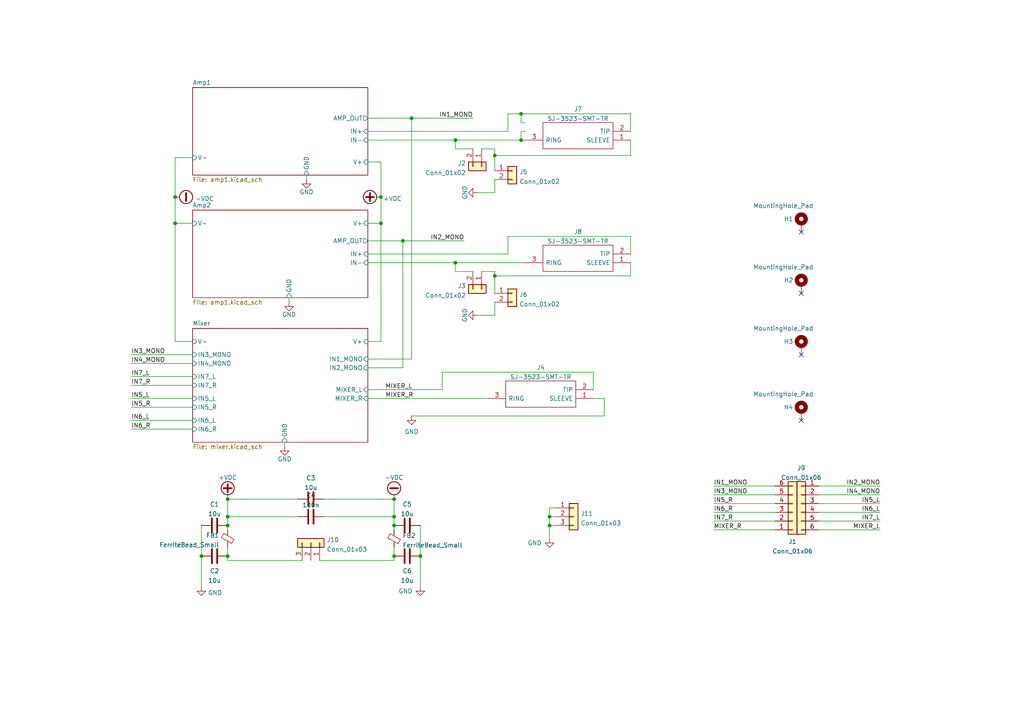
<source format=kicad_sch>
(kicad_sch (version 20211123) (generator eeschema)
  (paper "A4")
  (lib_symbols
    (symbol "Connector_Generic:Conn_01x02" (pin_names (offset 1.016) hide)
      (property "Reference" "J" (at 0 2.54 0))
      (property "Value" "Conn_01x02" (at 0 -5.08 0))
      (symbol "Conn_01x02_1_1"
        (rectangle (start -1.27 -2.413) (end 0 -2.667) (stroke (width 0.1524)))
        (rectangle (start -1.27 0.127) (end 0 -0.127) (stroke (width 0.1524)))
        (rectangle (start -1.27 1.27) (end 1.27 -3.81) (stroke (width 0.254)) (fill (type background)))
        (pin passive line (at -5.08 0 0) (length 3.81) (name "Pin_1") (number "1"))
        (pin passive line (at -5.08 -2.54 0) (length 3.81) (name "Pin_2") (number "2"))
      )
    )
    (symbol "Connector_Generic:Conn_01x03" (pin_names (offset 1.016) hide)
      (property "Reference" "J" (at 0 5.08 0))
      (property "Value" "Conn_01x03" (at 0 -5.08 0))
      (symbol "Conn_01x03_1_1"
        (rectangle (start -1.27 -2.413) (end 0 -2.667) (stroke (width 0.1524)))
        (rectangle (start -1.27 0.127) (end 0 -0.127) (stroke (width 0.1524)))
        (rectangle (start -1.27 2.667) (end 0 2.413) (stroke (width 0.1524)))
        (rectangle (start -1.27 3.81) (end 1.27 -3.81) (stroke (width 0.254)) (fill (type background)))
        (pin passive line (at -5.08 2.54 0) (length 3.81) (name "Pin_1") (number "1"))
        (pin passive line (at -5.08 0 0) (length 3.81) (name "Pin_2") (number "2"))
        (pin passive line (at -5.08 -2.54 0) (length 3.81) (name "Pin_3") (number "3"))
      )
    )
    (symbol "Connector_Generic:Conn_01x06" (pin_names (offset 1.016) hide)
      (property "Reference" "J" (at 0 7.62 0))
      (property "Value" "Conn_01x06" (at 0 -10.16 0))
      (symbol "Conn_01x06_1_1"
        (rectangle (start -1.27 -7.493) (end 0 -7.747) (stroke (width 0.1524)))
        (rectangle (start -1.27 -4.953) (end 0 -5.207) (stroke (width 0.1524)))
        (rectangle (start -1.27 -2.413) (end 0 -2.667) (stroke (width 0.1524)))
        (rectangle (start -1.27 0.127) (end 0 -0.127) (stroke (width 0.1524)))
        (rectangle (start -1.27 2.667) (end 0 2.413) (stroke (width 0.1524)))
        (rectangle (start -1.27 5.207) (end 0 4.953) (stroke (width 0.1524)))
        (rectangle (start -1.27 6.35) (end 1.27 -8.89) (stroke (width 0.254)) (fill (type background)))
        (pin passive line (at -5.08 5.08 0) (length 3.81) (name "Pin_1") (number "1"))
        (pin passive line (at -5.08 2.54 0) (length 3.81) (name "Pin_2") (number "2"))
        (pin passive line (at -5.08 0 0) (length 3.81) (name "Pin_3") (number "3"))
        (pin passive line (at -5.08 -2.54 0) (length 3.81) (name "Pin_4") (number "4"))
        (pin passive line (at -5.08 -5.08 0) (length 3.81) (name "Pin_5") (number "5"))
        (pin passive line (at -5.08 -7.62 0) (length 3.81) (name "Pin_6") (number "6"))
      )
    )
    (symbol "Device:C" (pin_numbers hide) (pin_names (offset 0.254))
      (property "Reference" "C" (at 0.635 2.54 0))
      (property "Value" "C" (at 0.635 -2.54 0))
      (symbol "C_0_1"
        (polyline (pts (xy -2.032 -0.762) (xy 2.032 -0.762)) (stroke (width 0.508)))
        (polyline (pts (xy -2.032 0.762) (xy 2.032 0.762)) (stroke (width 0.508)))
      )
      (symbol "C_1_1"
        (pin passive line (at 0 3.81 270) (length 2.794) (name "~") (number "1"))
        (pin passive line (at 0 -3.81 90) (length 2.794) (name "~") (number "2"))
      )
    )
    (symbol "Device:FerriteBead_Small" (pin_numbers hide) (pin_names (offset 0))
      (property "Reference" "FB" (at 1.905 1.27 0))
      (property "Value" "FerriteBead_Small" (at 1.905 -1.27 0))
      (symbol "FerriteBead_Small_0_1"
        (polyline (pts (xy 0 -1.27) (xy 0 -0.7874)))
        (polyline (pts (xy 0 0.889) (xy 0 1.2954)))
        (polyline (pts (xy -1.8288 0.2794) (xy -1.1176 1.4986) (xy 1.8288 -0.2032) (xy 1.1176 -1.4224) (xy -1.8288 0.2794)))
      )
      (symbol "FerriteBead_Small_1_1"
        (pin passive line (at 0 2.54 270) (length 1.27) (name "~") (number "1"))
        (pin passive line (at 0 -2.54 90) (length 1.27) (name "~") (number "2"))
      )
    )
    (symbol "Mechanical:MountingHole_Pad" (pin_numbers hide) (pin_names (offset 1.016) hide)
      (property "Reference" "H" (at 0 6.35 0))
      (property "Value" "MountingHole_Pad" (at 0 4.445 0))
      (symbol "MountingHole_Pad_0_1"
        (circle (center 0 1.27) (radius 1.27) (stroke (width 1.27)))
      )
      (symbol "MountingHole_Pad_1_1"
        (pin input line (at 0 -2.54 90) (length 2.54) (name "1") (number "1"))
      )
    )
    (symbol "SamacSys_Parts:SJ-3523-SMT-TR" (pin_names (offset 0.762))
      (property "Reference" "J" (at 26.67 7.62 0))
      (property "Value" "SJ-3523-SMT-TR" (at 26.67 5.08 0))
      (symbol "SJ-3523-SMT-TR_0_0"
        (pin passive line (at 0 0 0) (length 5.08) (name "SLEEVE") (number "1"))
        (pin passive line (at 0 -2.54 0) (length 5.08) (name "TIP") (number "2"))
        (pin passive line (at 30.48 0 180) (length 5.08) (name "RING") (number "3"))
      )
      (symbol "SJ-3523-SMT-TR_0_1"
        (polyline (pts (xy 5.08 2.54) (xy 25.4 2.54) (xy 25.4 -5.08) (xy 5.08 -5.08) (xy 5.08 2.54)) (stroke (width 0.1524)))
      )
    )
    (symbol "power:+VDC" (power) (pin_names (offset 0))
      (property "Value" "+VDC" (at 0 6.35 0))
      (symbol "+VDC_0_1"
        (polyline (pts (xy -1.143 3.175) (xy 1.143 3.175)) (stroke (width 0.508)))
        (polyline (pts (xy 0 0) (xy 0 1.27)))
        (polyline (pts (xy 0 2.032) (xy 0 4.318)) (stroke (width 0.508)))
        (circle (center 0 3.175) (radius 1.905) (stroke (width 0.254)))
      )
      (symbol "+VDC_1_1"
        (pin power_in line (at 0 0 90) (length 0) hide (name "+VDC") (number "1"))
      )
    )
    (symbol "power:-VDC" (power) (pin_names (offset 0))
      (property "Value" "-VDC" (at 0 6.35 0))
      (symbol "-VDC_0_1"
        (polyline (pts (xy -1.143 3.175) (xy 1.143 3.175)) (stroke (width 0.508)))
        (polyline (pts (xy 0 0) (xy 0 1.27)))
        (circle (center 0 3.175) (radius 1.905) (stroke (width 0.254)))
      )
      (symbol "-VDC_1_1"
        (pin power_in line (at 0 0 90) (length 0) hide (name "-VDC") (number "1"))
      )
    )
    (symbol "power:GND" (power) (pin_names (offset 0))
      (property "Value" "GND" (at 0 -3.81 0))
      (symbol "GND_0_1"
        (polyline (pts (xy 0 0) (xy 0 -1.27) (xy 1.27 -1.27) (xy 0 -2.54) (xy -1.27 -1.27) (xy 0 -1.27)))
      )
      (symbol "GND_1_1"
        (pin power_in line (at 0 0 270) (length 0) hide (name "GND") (number "1"))
      )
    )
  )
  (junction (at 159.385 149.86))
  (junction (at 143.51 80.01))
  (junction (at 114.3 161.29))
  (junction (at 50.8 57.15))
  (junction (at 151.13 40.64))
  (junction (at 159.385 152.4))
  (junction (at 66.04 161.29))
  (junction (at 110.49 57.15))
  (junction (at 50.8 64.77))
  (junction (at 143.51 45.085))
  (junction (at 66.04 144.78))
  (junction (at 66.04 152.4))
  (junction (at 110.49 64.77))
  (junction (at 114.3 149.86))
  (junction (at 132.08 40.64))
  (junction (at 119.38 34.29))
  (junction (at 114.3 144.78))
  (junction (at 66.04 149.86))
  (junction (at 114.3 152.4))
  (junction (at 116.84 69.85))
  (junction (at 121.92 161.29))
  (junction (at 132.08 76.2))
  (junction (at 58.42 161.29))
  (junction (at 151.13 33.02))
  (no_connect (at 232.41 85.09))
  (no_connect (at 232.41 67.31))
  (no_connect (at 232.41 102.87))
  (no_connect (at 232.41 121.92))
  (wire (pts (xy 143.51 52.07) (xy 143.51 55.88)))
  (wire (pts (xy 152.4 38.1) (xy 151.13 38.1)))
  (wire (pts (xy 147.32 73.66) (xy 147.32 68.58)))
  (wire (pts (xy 137.16 34.29) (xy 119.38 34.29)))
  (wire (pts (xy 159.385 147.32) (xy 159.385 149.86)))
  (wire (pts (xy 110.49 46.99) (xy 110.49 57.15)))
  (wire (pts (xy 152.4 35.56) (xy 151.13 35.56)))
  (wire (pts (xy 159.385 152.4) (xy 159.385 156.21)))
  (wire (pts (xy 119.38 120.65) (xy 175.26 120.65)))
  (wire (pts (xy 66.04 161.29) (xy 66.04 162.56)))
  (wire (pts (xy 138.43 55.88) (xy 143.51 55.88)))
  (wire (pts (xy 151.13 38.1) (xy 151.13 40.64)))
  (wire (pts (xy 159.385 149.86) (xy 159.385 152.4)))
  (wire (pts (xy 114.3 149.86) (xy 114.3 152.4)))
  (wire (pts (xy 143.51 43.18) (xy 143.51 45.085)))
  (wire (pts (xy 207.01 148.59) (xy 224.79 148.59)))
  (wire (pts (xy 119.38 104.14) (xy 119.38 34.29)))
  (wire (pts (xy 106.68 106.68) (xy 116.84 106.68)))
  (wire (pts (xy 116.84 69.85) (xy 106.68 69.85)))
  (wire (pts (xy 82.55 128.27) (xy 82.55 129.54)))
  (wire (pts (xy 143.51 80.01) (xy 182.88 80.01)))
  (wire (pts (xy 93.98 149.86) (xy 114.3 149.86)))
  (wire (pts (xy 92.71 162.56) (xy 114.3 162.56)))
  (wire (pts (xy 132.08 78.74) (xy 137.16 78.74)))
  (wire (pts (xy 58.42 152.4) (xy 58.42 161.29)))
  (wire (pts (xy 134.62 69.85) (xy 116.84 69.85)))
  (wire (pts (xy 106.68 46.99) (xy 110.49 46.99)))
  (wire (pts (xy 58.42 161.29) (xy 58.42 170.18)))
  (wire (pts (xy 55.88 121.92) (xy 38.1 121.92)))
  (wire (pts (xy 182.88 40.64) (xy 182.88 45.085)))
  (wire (pts (xy 207.01 140.97) (xy 224.79 140.97)))
  (wire (pts (xy 207.01 146.05) (xy 224.79 146.05)))
  (wire (pts (xy 38.1 118.11) (xy 55.88 118.11)))
  (wire (pts (xy 138.43 91.44) (xy 143.51 91.44)))
  (wire (pts (xy 237.49 148.59) (xy 255.27 148.59)))
  (wire (pts (xy 132.08 78.74) (xy 132.08 76.2)))
  (wire (pts (xy 151.13 33.02) (xy 182.88 33.02)))
  (wire (pts (xy 106.68 73.66) (xy 147.32 73.66)))
  (wire (pts (xy 66.04 152.4) (xy 66.04 153.67)))
  (wire (pts (xy 237.49 146.05) (xy 255.27 146.05)))
  (wire (pts (xy 132.08 40.64) (xy 151.13 40.64)))
  (wire (pts (xy 38.1 124.46) (xy 55.88 124.46)))
  (wire (pts (xy 147.32 38.1) (xy 147.32 33.02)))
  (wire (pts (xy 128.27 113.03) (xy 128.27 107.95)))
  (wire (pts (xy 106.68 115.57) (xy 141.605 115.57)))
  (wire (pts (xy 50.8 64.77) (xy 55.88 64.77)))
  (wire (pts (xy 224.79 143.51) (xy 207.01 143.51)))
  (wire (pts (xy 139.7 43.18) (xy 143.51 43.18)))
  (wire (pts (xy 66.04 149.86) (xy 86.36 149.86)))
  (wire (pts (xy 88.9 50.8) (xy 88.9 52.07)))
  (wire (pts (xy 237.49 153.67) (xy 255.27 153.67)))
  (wire (pts (xy 207.01 151.13) (xy 224.79 151.13)))
  (wire (pts (xy 83.82 86.36) (xy 83.82 87.63)))
  (wire (pts (xy 114.3 162.56) (xy 114.3 161.29)))
  (wire (pts (xy 55.88 45.72) (xy 50.8 45.72)))
  (wire (pts (xy 143.51 78.74) (xy 143.51 80.01)))
  (wire (pts (xy 143.51 87.63) (xy 143.51 91.44)))
  (wire (pts (xy 237.49 151.13) (xy 255.27 151.13)))
  (wire (pts (xy 106.68 99.06) (xy 110.49 99.06)))
  (wire (pts (xy 182.88 68.58) (xy 182.88 73.66)))
  (wire (pts (xy 114.3 161.29) (xy 114.3 158.75)))
  (wire (pts (xy 237.49 143.51) (xy 255.27 143.51)))
  (wire (pts (xy 159.385 149.86) (xy 161.29 149.86)))
  (wire (pts (xy 182.88 76.2) (xy 182.88 80.01)))
  (wire (pts (xy 66.04 144.78) (xy 66.04 149.86)))
  (wire (pts (xy 116.84 106.68) (xy 116.84 69.85)))
  (wire (pts (xy 55.88 109.22) (xy 38.1 109.22)))
  (wire (pts (xy 255.27 140.97) (xy 237.49 140.97)))
  (wire (pts (xy 106.68 76.2) (xy 132.08 76.2)))
  (wire (pts (xy 182.88 33.02) (xy 182.88 38.1)))
  (wire (pts (xy 175.26 120.65) (xy 175.26 115.57)))
  (wire (pts (xy 110.49 99.06) (xy 110.49 64.77)))
  (wire (pts (xy 119.38 34.29) (xy 106.68 34.29)))
  (wire (pts (xy 175.26 115.57) (xy 172.085 115.57)))
  (wire (pts (xy 50.8 64.77) (xy 50.8 99.06)))
  (wire (pts (xy 38.1 111.76) (xy 55.88 111.76)))
  (wire (pts (xy 182.88 45.085) (xy 143.51 45.085)))
  (wire (pts (xy 121.92 161.29) (xy 121.92 170.18)))
  (wire (pts (xy 55.88 115.57) (xy 38.1 115.57)))
  (wire (pts (xy 50.8 57.15) (xy 50.8 64.77)))
  (wire (pts (xy 106.68 113.03) (xy 128.27 113.03)))
  (wire (pts (xy 114.3 152.4) (xy 114.3 153.67)))
  (wire (pts (xy 132.08 43.18) (xy 132.08 40.64)))
  (wire (pts (xy 151.13 40.64) (xy 152.4 40.64)))
  (wire (pts (xy 147.32 33.02) (xy 151.13 33.02)))
  (wire (pts (xy 159.385 152.4) (xy 161.29 152.4)))
  (wire (pts (xy 106.68 38.1) (xy 147.32 38.1)))
  (wire (pts (xy 50.8 99.06) (xy 55.88 99.06)))
  (wire (pts (xy 66.04 158.75) (xy 66.04 161.29)))
  (wire (pts (xy 66.04 144.78) (xy 86.36 144.78)))
  (wire (pts (xy 93.98 144.78) (xy 114.3 144.78)))
  (wire (pts (xy 161.29 147.32) (xy 159.385 147.32)))
  (wire (pts (xy 66.04 162.56) (xy 87.63 162.56)))
  (wire (pts (xy 143.51 45.085) (xy 143.51 49.53)))
  (wire (pts (xy 151.13 35.56) (xy 151.13 33.02)))
  (wire (pts (xy 38.1 105.41) (xy 55.88 105.41)))
  (wire (pts (xy 66.04 149.86) (xy 66.04 152.4)))
  (wire (pts (xy 106.68 40.64) (xy 132.08 40.64)))
  (wire (pts (xy 50.8 45.72) (xy 50.8 57.15)))
  (wire (pts (xy 121.92 152.4) (xy 121.92 161.29)))
  (wire (pts (xy 38.1 102.87) (xy 55.88 102.87)))
  (wire (pts (xy 132.08 43.18) (xy 137.16 43.18)))
  (wire (pts (xy 207.01 153.67) (xy 224.79 153.67)))
  (wire (pts (xy 172.085 113.03) (xy 172.085 107.95)))
  (wire (pts (xy 147.32 68.58) (xy 182.88 68.58)))
  (wire (pts (xy 106.68 64.77) (xy 110.49 64.77)))
  (wire (pts (xy 106.68 104.14) (xy 119.38 104.14)))
  (wire (pts (xy 110.49 57.15) (xy 110.49 64.77)))
  (wire (pts (xy 132.08 76.2) (xy 152.4 76.2)))
  (wire (pts (xy 143.51 80.01) (xy 143.51 85.09)))
  (wire (pts (xy 114.3 144.78) (xy 114.3 149.86)))
  (wire (pts (xy 139.7 78.74) (xy 143.51 78.74)))
  (wire (pts (xy 128.27 107.95) (xy 172.085 107.95)))
  (label "IN5_R" (at 38.1 118.11 0))
  (label "IN7_L" (at 255.27 151.13 180))
  (label "IN6_L" (at 255.27 148.59 180))
  (label "IN6_R" (at 207.01 148.59 0))
  (label "IN4_MONO" (at 38.1 105.41 0))
  (label "IN6_L" (at 38.1 121.92 0))
  (label "IN4_MONO" (at 255.27 143.51 180))
  (label "MIXER_L" (at 255.27 153.67 180))
  (label "IN6_R" (at 38.1 124.46 0))
  (label "IN5_L" (at 38.1 115.57 0))
  (label "IN1_MONO" (at 207.01 140.97 0))
  (label "IN3_MONO" (at 38.1 102.87 0))
  (label "IN2_MONO" (at 134.62 69.85 180))
  (label "MIXER_L" (at 111.76 113.03 0))
  (label "MIXER_R" (at 111.76 115.57 0))
  (label "IN7_R" (at 38.1 111.76 0))
  (label "IN7_L" (at 38.1 109.22 0))
  (label "IN5_L" (at 255.27 146.05 180))
  (label "IN2_MONO" (at 255.27 140.97 180))
  (label "IN1_MONO" (at 137.16 34.29 180))
  (label "MIXER_R" (at 207.01 153.67 0))
  (label "IN3_MONO" (at 207.01 143.51 0))
  (label "IN7_R" (at 207.01 151.13 0))
  (label "IN5_R" (at 207.01 146.05 0))
  (symbol (lib_id "Mechanical:MountingHole_Pad") (at 232.41 100.33 0) (unit 1)
    (property "Reference" "H3" (at 227.33 99.06 0) (effects (justify left)))
    (property "Value" "MountingHole_Pad" (at 218.44 95.25 0) (effects (justify left)))
    (property "Footprint" "MountingHole:MountingHole_3.7mm_Pad" (effects hide))
  )
  (symbol (lib_id "Mechanical:MountingHole_Pad") (at 232.41 119.38 0) (unit 1)
    (property "Reference" "H4" (at 227.33 118.11 0) (effects (justify left)))
    (property "Value" "MountingHole_Pad" (at 218.44 114.3 0) (effects (justify left)))
    (property "Footprint" "MountingHole:MountingHole_3.7mm_Pad" (effects hide))
  )
  (symbol (lib_id "Mechanical:MountingHole_Pad") (at 232.41 82.55 0) (unit 1)
    (property "Reference" "H2" (at 227.33 81.28 0) (effects (justify left)))
    (property "Value" "MountingHole_Pad" (at 218.44 77.47 0) (effects (justify left)))
    (property "Footprint" "MountingHole:MountingHole_3.7mm_Pad" (effects hide))
  )
  (symbol (lib_id "Mechanical:MountingHole_Pad") (at 232.41 64.77 0) (unit 1)
    (property "Reference" "H1" (at 227.33 63.5 0) (effects (justify left)))
    (property "Value" "MountingHole_Pad" (at 218.44 59.69 0) (effects (justify left)))
    (property "Footprint" "MountingHole:MountingHole_3.7mm_Pad" (effects hide))
  )
  (symbol (lib_id "Connector_Generic:Conn_01x02") (at 139.7 48.26 270) (unit 1)
    (property "Reference" "J2" (at 135.128 47.3515 90) (effects (justify right)))
    (property "Value" "Conn_01x02" (at 135.128 50.1266 90) (effects (justify right)))
    (property "Footprint" "Connector_PinHeader_2.54mm:PinHeader_1x02_P2.54mm_Vertical" (effects hide))
  )
  (symbol (lib_id "Device:C") (at 118.11 152.4 90) (unit 1)
    (property "Reference" "C5" (at 118.11 146.2745 90))
    (property "Value" "10u" (at 118.11 149.0496 90))
    (property "Footprint" "Capacitor_SMD:C_0603_1608Metric_Pad1.08x0.95mm_HandSolder" (effects hide))
  )
  (symbol (lib_id "Device:C") (at 90.17 149.86 90) (unit 1)
    (property "Reference" "C4" (at 90.17 143.7345 90))
    (property "Value" "100n" (at 90.17 146.5096 90))
    (property "Footprint" "Capacitor_SMD:C_0603_1608Metric_Pad1.08x0.95mm_HandSolder" (effects hide))
  )
  (symbol (lib_id "power:GND") (at 83.82 87.63 0) (unit 1)
    (property "Reference" "#PWR04" (effects hide))
    (property "Value" "GND" (at 83.82 91.2345 0))
  )
  (symbol (lib_id "Device:C") (at 62.23 161.29 90) (unit 1)
    (property "Reference" "C2" (at 62.23 165.5985 90))
    (property "Value" "10u" (at 62.23 168.3736 90))
    (property "Footprint" "Capacitor_SMD:C_0603_1608Metric_Pad1.08x0.95mm_HandSolder" (effects hide))
  )
  (symbol (lib_id "power:GND") (at 138.43 55.88 270) (unit 1)
    (property "Reference" "#PWR010" (effects hide))
    (property "Value" "GND" (at 134.8255 55.88 0))
  )
  (symbol (lib_id "power:GND") (at 159.385 156.21 0) (mirror y) (unit 1)
    (property "Reference" "#PWR0102" (effects hide))
    (property "Value" "GND" (at 153.035 157.48 0) (effects (justify right)))
  )
  (symbol (lib_id "SamacSys_Parts:SJ-3523-SMT-TR") (at 172.085 115.57 180) (unit 1)
    (property "Reference" "J4" (at 156.845 106.5743 0))
    (property "Value" "SJ-3523-SMT-TR" (at 156.845 109.3494 0))
    (property "Footprint" "SamacSys_Parts:SJ3523SMTTR" (effects hide))
    (property "Datasheet" "https://www.mouser.de/datasheet/2/670/sj_352x_smt-1779397.pdf" (effects hide))
    (property "Description" "Phone Connectors Audio Jacks" (effects hide))
    (property "Height" "5.2" (effects hide))
    (property "Mouser Part Number" "490-SJ-3523-SMT-TR" (effects hide))
    (property "Mouser Price/Stock" "https://www.mouser.co.uk/ProductDetail/CUI-Devices/SJ-3523-SMT-TR?qs=WyjlAZoYn51zOHzJ3r4ZRA%3D%3D" (effects hide))
    (property "Manufacturer_Name" "CUI Inc." (effects hide))
    (property "Manufacturer_Part_Number" "SJ-3523-SMT-TR" (effects hide))
  )
  (symbol (lib_id "power:GND") (at 82.55 129.54 0) (unit 1)
    (property "Reference" "#PWR03" (effects hide))
    (property "Value" "GND" (at 82.55 133.1445 0))
  )
  (symbol (lib_id "Connector_Generic:Conn_01x03") (at 90.17 157.48 270) (mirror x) (unit 1)
    (property "Reference" "J10" (at 94.742 156.5715 90) (effects (justify left)))
    (property "Value" "Conn_01x03" (at 94.742 159.3466 90) (effects (justify left)))
    (property "Footprint" "Connector_Harwin:Harwin_M20-89003xx_1x03_P2.54mm_Horizontal" (effects hide))
  )
  (symbol (lib_id "Connector_Generic:Conn_01x02") (at 148.59 85.09 0) (unit 1)
    (property "Reference" "J6" (at 150.622 85.4515 0) (effects (justify left)))
    (property "Value" "Conn_01x02" (at 150.622 88.2266 0) (effects (justify left)))
    (property "Footprint" "Connector_PinHeader_2.54mm:PinHeader_1x02_P2.54mm_Vertical" (effects hide))
  )
  (symbol (lib_id "Connector_Generic:Conn_01x02") (at 148.59 49.53 0) (unit 1)
    (property "Reference" "J5" (at 150.622 49.8915 0) (effects (justify left)))
    (property "Value" "Conn_01x02" (at 150.622 52.6666 0) (effects (justify left)))
    (property "Footprint" "Connector_PinHeader_2.54mm:PinHeader_1x02_P2.54mm_Vertical" (effects hide))
  )
  (symbol (lib_id "power:+VDC") (at 66.04 144.78 0) (unit 1)
    (property "Reference" "#PWR02" (effects hide))
    (property "Value" "+VDC" (at 66.04 138.5085 0))
  )
  (symbol (lib_id "Connector_Generic:Conn_01x06") (at 232.41 146.05 0) (mirror y) (unit 1)
    (property "Reference" "J9" (at 232.41 135.7335 0))
    (property "Value" "Conn_01x06" (at 232.41 138.5086 0))
    (property "Footprint" "Connector_Harwin:Harwin_M20-89006xx_1x06_P2.54mm_Horizontal" (effects hide))
  )
  (symbol (lib_id "Device:C") (at 62.23 152.4 90) (unit 1)
    (property "Reference" "C1" (at 62.23 146.2745 90))
    (property "Value" "10u" (at 62.23 149.0496 90))
    (property "Footprint" "Capacitor_SMD:C_0603_1608Metric_Pad1.08x0.95mm_HandSolder" (effects hide))
  )
  (symbol (lib_id "Device:FerriteBead_Small") (at 114.3 156.21 180) (unit 1)
    (property "Reference" "FB2" (at 116.7638 155.3396 0) (effects (justify right)))
    (property "Value" "FerriteBead_Small" (at 116.7638 158.1147 0) (effects (justify right)))
    (property "Footprint" "Resistor_SMD:R_0805_2012Metric_Pad1.20x1.40mm_HandSolder" (effects hide))
  )
  (symbol (lib_id "Connector_Generic:Conn_01x02") (at 139.7 83.82 270) (unit 1)
    (property "Reference" "J3" (at 135.128 82.9115 90) (effects (justify right)))
    (property "Value" "Conn_01x02" (at 135.128 85.6866 90) (effects (justify right)))
    (property "Footprint" "Connector_PinHeader_2.54mm:PinHeader_1x02_P2.54mm_Vertical" (effects hide))
  )
  (symbol (lib_id "Device:FerriteBead_Small") (at 66.04 156.21 0) (unit 1)
    (property "Reference" "FB1" (at 63.5762 155.2634 0) (effects (justify right)))
    (property "Value" "FerriteBead_Small" (at 63.5762 158.0385 0) (effects (justify right)))
    (property "Footprint" "Resistor_SMD:R_0805_2012Metric_Pad1.20x1.40mm_HandSolder" (effects hide))
  )
  (symbol (lib_id "Device:C") (at 90.17 144.78 90) (unit 1)
    (property "Reference" "C3" (at 90.17 138.6545 90))
    (property "Value" "10u" (at 90.17 141.4296 90))
    (property "Footprint" "Capacitor_SMD:C_0603_1608Metric_Pad1.08x0.95mm_HandSolder" (effects hide))
  )
  (symbol (lib_id "power:GND") (at 119.38 120.65 0) (mirror y) (unit 1)
    (property "Reference" "#PWR09" (effects hide))
    (property "Value" "GND" (at 119.38 125.2125 0))
  )
  (symbol (lib_id "power:GND") (at 88.9 52.07 0) (unit 1)
    (property "Reference" "#PWR05" (effects hide))
    (property "Value" "GND" (at 88.9 55.6745 0))
  )
  (symbol (lib_id "SamacSys_Parts:SJ-3523-SMT-TR") (at 182.88 40.64 180) (unit 1)
    (property "Reference" "J7" (at 167.64 31.6443 0))
    (property "Value" "SJ-3523-SMT-TR" (at 167.64 34.4194 0))
    (property "Footprint" "SamacSys_Parts:SJ3523SMTTR" (effects hide))
    (property "Datasheet" "https://www.mouser.de/datasheet/2/670/sj_352x_smt-1779397.pdf" (effects hide))
    (property "Description" "Phone Connectors Audio Jacks" (effects hide))
    (property "Height" "5.2" (effects hide))
    (property "Mouser Part Number" "490-SJ-3523-SMT-TR" (effects hide))
    (property "Mouser Price/Stock" "https://www.mouser.co.uk/ProductDetail/CUI-Devices/SJ-3523-SMT-TR?qs=WyjlAZoYn51zOHzJ3r4ZRA%3D%3D" (effects hide))
    (property "Manufacturer_Name" "CUI Inc." (effects hide))
    (property "Manufacturer_Part_Number" "SJ-3523-SMT-TR" (effects hide))
  )
  (symbol (lib_id "Device:C") (at 118.11 161.29 90) (unit 1)
    (property "Reference" "C6" (at 118.11 165.5985 90))
    (property "Value" "10u" (at 118.11 168.3736 90))
    (property "Footprint" "Capacitor_SMD:C_0603_1608Metric_Pad1.08x0.95mm_HandSolder" (effects hide))
  )
  (symbol (lib_id "power:GND") (at 138.43 91.44 270) (unit 1)
    (property "Reference" "#PWR011" (effects hide))
    (property "Value" "GND" (at 134.8255 91.44 0))
  )
  (symbol (lib_id "power:-VDC") (at 114.3 144.78 0) (unit 1)
    (property "Reference" "#PWR08" (effects hide))
    (property "Value" "-VDC" (at 114.3 138.5085 0))
  )
  (symbol (lib_id "Connector_Generic:Conn_01x03") (at 166.37 149.86 0) (unit 1)
    (property "Reference" "J11" (at 168.402 148.9515 0) (effects (justify left)))
    (property "Value" "Conn_01x03" (at 168.402 151.7266 0) (effects (justify left)))
    (property "Footprint" "Connector_Harwin:Harwin_M20-89003xx_1x03_P2.54mm_Horizontal" (effects hide))
  )
  (symbol (lib_id "power:GND") (at 58.42 170.18 0) (unit 1)
    (property "Reference" "#PWR06" (effects hide))
    (property "Value" "GND" (at 60.325 171.929 0) (effects (justify left)))
  )
  (symbol (lib_id "Connector_Generic:Conn_01x06") (at 229.87 148.59 0) (mirror x) (unit 1)
    (property "Reference" "J1" (at 229.87 157.0895 0))
    (property "Value" "Conn_01x06" (at 229.87 159.8646 0))
    (property "Footprint" "Connector_Harwin:Harwin_M20-89006xx_1x06_P2.54mm_Horizontal" (effects hide))
  )
  (symbol (lib_id "SamacSys_Parts:SJ-3523-SMT-TR") (at 182.88 76.2 180) (unit 1)
    (property "Reference" "J8" (at 167.64 67.2043 0))
    (property "Value" "SJ-3523-SMT-TR" (at 167.64 69.9794 0))
    (property "Footprint" "SamacSys_Parts:SJ3523SMTTR" (effects hide))
    (property "Datasheet" "https://www.mouser.de/datasheet/2/670/sj_352x_smt-1779397.pdf" (effects hide))
    (property "Description" "Phone Connectors Audio Jacks" (effects hide))
    (property "Height" "5.2" (effects hide))
    (property "Mouser Part Number" "490-SJ-3523-SMT-TR" (effects hide))
    (property "Mouser Price/Stock" "https://www.mouser.co.uk/ProductDetail/CUI-Devices/SJ-3523-SMT-TR?qs=WyjlAZoYn51zOHzJ3r4ZRA%3D%3D" (effects hide))
    (property "Manufacturer_Name" "CUI Inc." (effects hide))
    (property "Manufacturer_Part_Number" "SJ-3523-SMT-TR" (effects hide))
  )
  (symbol (lib_id "power:+VDC") (at 110.49 57.15 90) (unit 1)
    (property "Reference" "#PWR07" (effects hide))
    (property "Value" "+VDC" (at 111.125 57.629 90) (effects (justify right)))
  )
  (symbol (lib_id "power:GND") (at 121.92 170.18 0) (mirror y) (unit 1)
    (property "Reference" "#PWR0101" (effects hide))
    (property "Value" "GND" (at 115.57 171.45 0) (effects (justify right)))
  )
  (symbol (lib_id "power:-VDC") (at 50.8 57.15 270) (unit 1)
    (property "Reference" "#PWR01" (effects hide))
    (property "Value" "-VDC" (at 56.642 57.629 90) (effects (justify left)))
  )
  (sheet (at 55.88 95.25) (size 50.8 33.02)
    (property "Sheet name" "Mixer" (at 55.88 94.5384 0) (effects (justify left bottom)))
    (property "Sheet file" "mixer.kicad_sch" (at 55.88 128.8546 0) (effects (justify left top)))
    (pin "GND" input (at 82.55 128.27 270))
    (pin "IN2_MONO" input (at 106.68 106.68 0))
    (pin "IN1_MONO" input (at 106.68 104.14 0))
    (pin "V+" input (at 106.68 99.06 0))
    (pin "V-" input (at 55.88 99.06 180))
    (pin "MIXER_L" input (at 106.68 113.03 0))
    (pin "MIXER_R" input (at 106.68 115.57 0))
    (pin "IN5_L" input (at 55.88 115.57 180))
    (pin "IN6_L" input (at 55.88 121.92 180))
    (pin "IN5_R" input (at 55.88 118.11 180))
    (pin "IN6_R" input (at 55.88 124.46 180))
    (pin "IN3_MONO" input (at 55.88 102.87 180))
    (pin "IN4_MONO" input (at 55.88 105.41 180))
    (pin "IN7_R" input (at 55.88 111.76 180))
    (pin "IN7_L" input (at 55.88 109.22 180))
  )
  (sheet (at 55.88 25.4) (size 50.8 25.4)
    (property "Sheet name" "Amp1" (at 55.88 24.6884 0) (effects (justify left bottom)))
    (property "Sheet file" "amp1.kicad_sch" (at 55.88 51.3846 0) (effects (justify left top)))
    (pin "AMP_OUT" output (at 106.68 34.29 0))
    (pin "IN+" input (at 106.68 38.1 0))
    (pin "IN-" input (at 106.68 40.64 0))
    (pin "GND" input (at 88.9 50.8 270))
    (pin "V-" input (at 55.88 45.72 180))
    (pin "V+" input (at 106.68 46.99 0))
  )
  (sheet (at 55.88 60.96) (size 50.8 25.4)
    (property "Sheet name" "Amp2" (at 55.88 60.2484 0) (effects (justify left bottom)))
    (property "Sheet file" "amp1.kicad_sch" (at 55.88 86.9446 0) (effects (justify left top)))
    (pin "AMP_OUT" output (at 106.68 69.85 0))
    (pin "IN+" input (at 106.68 73.66 0))
    (pin "IN-" input (at 106.68 76.2 0))
    (pin "GND" input (at 83.82 86.36 270))
    (pin "V-" input (at 55.88 64.77 180))
    (pin "V+" input (at 106.68 64.77 0))
  )
)
</source>
